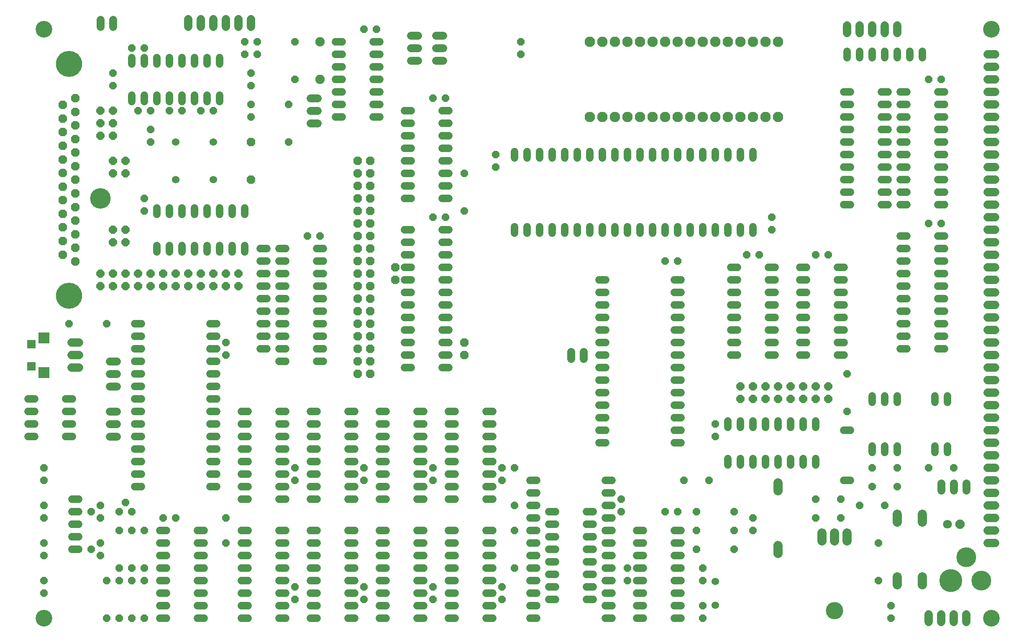
<source format=gts>
G04 EAGLE Gerber RS-274X export*
G75*
%MOMM*%
%FSLAX34Y34*%
%LPD*%
%INSoldermask Top*%
%IPPOS*%
%AMOC8*
5,1,8,0,0,1.08239X$1,22.5*%
G01*
%ADD10C,3.378200*%
%ADD11C,1.879600*%
%ADD12C,3.505200*%
%ADD13P,1.951982X8X22.500000*%
%ADD14C,1.803400*%
%ADD15P,1.649562X8X22.500000*%
%ADD16C,1.727200*%
%ADD17C,2.108200*%
%ADD18C,1.524000*%
%ADD19R,1.727200X1.727200*%
%ADD20R,2.298700X2.298700*%
%ADD21P,1.759533X8X292.500000*%
%ADD22P,1.649562X8X112.500000*%
%ADD23P,1.649562X8X202.500000*%
%ADD24C,4.648200*%
%ADD25C,4.013200*%
%ADD26P,1.869504X8X112.500000*%
%ADD27C,5.283200*%
%ADD28C,1.524000*%
%ADD29P,1.869504X8X22.500000*%
%ADD30C,1.625600*%
%ADD31P,1.759533X8X22.500000*%
%ADD32P,1.649562X8X292.500000*%
%ADD33P,1.759533X8X112.500000*%
%ADD34C,1.903200*%
%ADD35C,4.165600*%
%ADD36P,1.869504X8X292.500000*%


D10*
X38100Y38100D03*
X38100Y1231900D03*
X1955800Y1231900D03*
X1955800Y38100D03*
D11*
X1663700Y194818D02*
X1663700Y211582D01*
X1638300Y211582D02*
X1638300Y194818D01*
X1612900Y194818D02*
X1612900Y211582D01*
D12*
X1638300Y53340D03*
D13*
X1892300Y228600D03*
D14*
X1866900Y228600D03*
D15*
X1689100Y266700D03*
X1739900Y266700D03*
X1600200Y279400D03*
X1651000Y279400D03*
X1600200Y241300D03*
X1651000Y241300D03*
D16*
X1663700Y1224280D02*
X1663700Y1239520D01*
X1689100Y1239520D02*
X1689100Y1224280D01*
X1714500Y1224280D02*
X1714500Y1239520D01*
X1739900Y1239520D02*
X1739900Y1224280D01*
X1765300Y1224280D02*
X1765300Y1239520D01*
D17*
X1143000Y1054100D03*
X1168400Y1054100D03*
X1193800Y1054100D03*
X1219200Y1054100D03*
X1244600Y1054100D03*
X1270000Y1054100D03*
X1295400Y1054100D03*
X1320800Y1054100D03*
X1346200Y1054100D03*
X1371600Y1054100D03*
X1397000Y1054100D03*
X1422400Y1054100D03*
X1447800Y1054100D03*
X1473200Y1054100D03*
X1498600Y1054100D03*
X1524000Y1054100D03*
X1524000Y1206500D03*
X1498600Y1206500D03*
X1473200Y1206500D03*
X1447800Y1206500D03*
X1397000Y1206500D03*
X1371600Y1206500D03*
X1346200Y1206500D03*
X1320800Y1206500D03*
X1295400Y1206500D03*
X1270000Y1206500D03*
X1244600Y1206500D03*
X1219200Y1206500D03*
X1193800Y1206500D03*
X1168400Y1206500D03*
X1143000Y1206500D03*
X1422400Y1206500D03*
D18*
X781304Y825500D02*
X768096Y825500D01*
X768096Y800100D02*
X781304Y800100D01*
X781304Y774700D02*
X768096Y774700D01*
X768096Y749300D02*
X781304Y749300D01*
X781304Y723900D02*
X768096Y723900D01*
X768096Y698500D02*
X781304Y698500D01*
X781304Y673100D02*
X768096Y673100D01*
X768096Y647700D02*
X781304Y647700D01*
X781304Y622300D02*
X768096Y622300D01*
X768096Y596900D02*
X781304Y596900D01*
X781304Y571500D02*
X768096Y571500D01*
X768096Y546100D02*
X781304Y546100D01*
X844296Y546100D02*
X857504Y546100D01*
X857504Y571500D02*
X844296Y571500D01*
X844296Y596900D02*
X857504Y596900D01*
X857504Y622300D02*
X844296Y622300D01*
X844296Y647700D02*
X857504Y647700D01*
X857504Y673100D02*
X844296Y673100D01*
X844296Y698500D02*
X857504Y698500D01*
X857504Y723900D02*
X844296Y723900D01*
X844296Y749300D02*
X857504Y749300D01*
X857504Y774700D02*
X844296Y774700D01*
X844296Y800100D02*
X857504Y800100D01*
X857504Y825500D02*
X844296Y825500D01*
D19*
X12954Y593979D03*
X12954Y549021D03*
D20*
X37846Y606552D03*
X37846Y536448D03*
D16*
X93980Y546100D02*
X109220Y546100D01*
X109220Y571500D02*
X93980Y571500D01*
X93980Y596900D02*
X109220Y596900D01*
D21*
X177800Y825500D03*
X177800Y800100D03*
X203200Y825500D03*
X203200Y800100D03*
D15*
X1714500Y304800D03*
X1765300Y304800D03*
D22*
X1752600Y38100D03*
X1752600Y63500D03*
X1727200Y114300D03*
X1727200Y190500D03*
D18*
X1866900Y374396D02*
X1866900Y387604D01*
X1841500Y387604D02*
X1841500Y374396D01*
X1765300Y374396D02*
X1765300Y387604D01*
X1739900Y387604D02*
X1739900Y374396D01*
X1714500Y374396D02*
X1714500Y387604D01*
D23*
X1879600Y342900D03*
X1828800Y342900D03*
D15*
X1714500Y342900D03*
X1765300Y342900D03*
D24*
X1874000Y114300D03*
D25*
X1935000Y114300D03*
X1905000Y162300D03*
D11*
X1816100Y122682D02*
X1816100Y105918D01*
X1816100Y232918D02*
X1816100Y249682D01*
X1524000Y186182D02*
X1524000Y169418D01*
X1524000Y296418D02*
X1524000Y313182D01*
D18*
X781304Y1066800D02*
X768096Y1066800D01*
X768096Y1041400D02*
X781304Y1041400D01*
X781304Y914400D02*
X768096Y914400D01*
X768096Y889000D02*
X781304Y889000D01*
X781304Y1016000D02*
X768096Y1016000D01*
X768096Y990600D02*
X781304Y990600D01*
X781304Y939800D02*
X768096Y939800D01*
X768096Y965200D02*
X781304Y965200D01*
X844296Y889000D02*
X857504Y889000D01*
X857504Y914400D02*
X844296Y914400D01*
X844296Y939800D02*
X857504Y939800D01*
X857504Y965200D02*
X844296Y965200D01*
X844296Y990600D02*
X857504Y990600D01*
X857504Y1016000D02*
X844296Y1016000D01*
X844296Y1041400D02*
X857504Y1041400D01*
X857504Y1066800D02*
X844296Y1066800D01*
D26*
X101600Y761492D03*
X101600Y789178D03*
X101600Y816610D03*
X101600Y844296D03*
X101600Y871982D03*
X101600Y899414D03*
X101600Y927100D03*
X101600Y954786D03*
X101600Y982218D03*
X101600Y1009904D03*
X101600Y1037590D03*
X101600Y1065022D03*
X101600Y1092708D03*
X76200Y775208D03*
X76200Y802894D03*
X76200Y830580D03*
X76200Y858012D03*
X76200Y885698D03*
X76200Y913384D03*
X76200Y940816D03*
X76200Y968502D03*
X76200Y996188D03*
X76200Y1023620D03*
X76200Y1051306D03*
X76200Y1078992D03*
D27*
X88900Y691896D03*
X88900Y1162304D03*
D16*
X1948180Y698500D02*
X1963420Y698500D01*
X1963420Y723900D02*
X1948180Y723900D01*
X1948180Y749300D02*
X1963420Y749300D01*
X1963420Y774700D02*
X1948180Y774700D01*
X1948180Y800100D02*
X1963420Y800100D01*
X1963420Y825500D02*
X1948180Y825500D01*
X1948180Y850900D02*
X1963420Y850900D01*
X1963420Y876300D02*
X1948180Y876300D01*
X1948180Y901700D02*
X1963420Y901700D01*
X1963420Y927100D02*
X1948180Y927100D01*
X1948180Y952500D02*
X1963420Y952500D01*
X1963420Y977900D02*
X1948180Y977900D01*
X1948180Y1003300D02*
X1963420Y1003300D01*
X1963420Y1028700D02*
X1948180Y1028700D01*
X1948180Y1054100D02*
X1963420Y1054100D01*
X1963420Y1079500D02*
X1948180Y1079500D01*
X1948180Y1104900D02*
X1963420Y1104900D01*
X1963420Y1155700D02*
X1948180Y1155700D01*
X1948180Y1181100D02*
X1963420Y1181100D01*
X1963420Y1130300D02*
X1948180Y1130300D01*
X1948180Y190500D02*
X1963420Y190500D01*
X1963420Y215900D02*
X1948180Y215900D01*
X1948180Y241300D02*
X1963420Y241300D01*
X1963420Y266700D02*
X1948180Y266700D01*
X1948180Y292100D02*
X1963420Y292100D01*
X1963420Y317500D02*
X1948180Y317500D01*
X1948180Y342900D02*
X1963420Y342900D01*
X1963420Y368300D02*
X1948180Y368300D01*
X1948180Y393700D02*
X1963420Y393700D01*
X1963420Y419100D02*
X1948180Y419100D01*
X1948180Y444500D02*
X1963420Y444500D01*
X1963420Y469900D02*
X1948180Y469900D01*
X1948180Y495300D02*
X1963420Y495300D01*
X1963420Y520700D02*
X1948180Y520700D01*
X1948180Y546100D02*
X1963420Y546100D01*
X1963420Y571500D02*
X1948180Y571500D01*
X1948180Y596900D02*
X1963420Y596900D01*
X1963420Y622300D02*
X1948180Y622300D01*
X1948180Y647700D02*
X1963420Y647700D01*
X1963420Y673100D02*
X1948180Y673100D01*
D28*
X304800Y927100D03*
X381000Y927100D03*
X381000Y1003300D03*
X304800Y1003300D03*
D29*
X457200Y1003300D03*
X457200Y927100D03*
D18*
X235204Y635000D02*
X221996Y635000D01*
X221996Y609600D02*
X235204Y609600D01*
X235204Y584200D02*
X221996Y584200D01*
X221996Y558800D02*
X235204Y558800D01*
X235204Y533400D02*
X221996Y533400D01*
X221996Y508000D02*
X235204Y508000D01*
X235204Y482600D02*
X221996Y482600D01*
X221996Y457200D02*
X235204Y457200D01*
X235204Y431800D02*
X221996Y431800D01*
X221996Y406400D02*
X235204Y406400D01*
X235204Y381000D02*
X221996Y381000D01*
X221996Y355600D02*
X235204Y355600D01*
X235204Y330200D02*
X221996Y330200D01*
X221996Y304800D02*
X235204Y304800D01*
X374396Y304800D02*
X387604Y304800D01*
X387604Y330200D02*
X374396Y330200D01*
X374396Y355600D02*
X387604Y355600D01*
X387604Y381000D02*
X374396Y381000D01*
X374396Y406400D02*
X387604Y406400D01*
X387604Y431800D02*
X374396Y431800D01*
X374396Y457200D02*
X387604Y457200D01*
X387604Y482600D02*
X374396Y482600D01*
X374396Y508000D02*
X387604Y508000D01*
X387604Y533400D02*
X374396Y533400D01*
X374396Y558800D02*
X387604Y558800D01*
X387604Y584200D02*
X374396Y584200D01*
X374396Y609600D02*
X387604Y609600D01*
X387604Y635000D02*
X374396Y635000D01*
X266700Y780796D02*
X266700Y794004D01*
X292100Y794004D02*
X292100Y780796D01*
X419100Y780796D02*
X419100Y794004D01*
X444500Y794004D02*
X444500Y780796D01*
X317500Y780796D02*
X317500Y794004D01*
X342900Y794004D02*
X342900Y780796D01*
X393700Y780796D02*
X393700Y794004D01*
X368300Y794004D02*
X368300Y780796D01*
X444500Y856996D02*
X444500Y870204D01*
X419100Y870204D02*
X419100Y856996D01*
X393700Y856996D02*
X393700Y870204D01*
X368300Y870204D02*
X368300Y856996D01*
X342900Y856996D02*
X342900Y870204D01*
X317500Y870204D02*
X317500Y856996D01*
X292100Y856996D02*
X292100Y870204D01*
X266700Y870204D02*
X266700Y856996D01*
D30*
X184912Y508000D02*
X170688Y508000D01*
X170688Y533400D02*
X184912Y533400D01*
X184912Y558800D02*
X170688Y558800D01*
D23*
X165100Y635000D03*
X88900Y635000D03*
D30*
X170688Y406400D02*
X184912Y406400D01*
X184912Y431800D02*
X170688Y431800D01*
X170688Y457200D02*
X184912Y457200D01*
D31*
X152400Y711200D03*
X152400Y736600D03*
X177800Y711200D03*
X177800Y736600D03*
X203200Y711200D03*
X203200Y736600D03*
X228600Y711200D03*
X228600Y736600D03*
X254000Y711200D03*
X254000Y736600D03*
X279400Y711200D03*
X279400Y736600D03*
X304800Y711200D03*
X304800Y736600D03*
X330200Y711200D03*
X330200Y736600D03*
X355600Y711200D03*
X355600Y736600D03*
X381000Y711200D03*
X381000Y736600D03*
X406400Y711200D03*
X406400Y736600D03*
X431800Y736600D03*
X431800Y711200D03*
D15*
X279400Y241300D03*
X304800Y241300D03*
D16*
X330200Y1236980D02*
X330200Y1252220D01*
X355600Y1252220D02*
X355600Y1236980D01*
X381000Y1236980D02*
X381000Y1252220D01*
X406400Y1252220D02*
X406400Y1236980D01*
X431800Y1236980D02*
X431800Y1252220D01*
X457200Y1252220D02*
X457200Y1236980D01*
D22*
X457200Y1117600D03*
X457200Y1143000D03*
X457200Y1054100D03*
X457200Y1079500D03*
D30*
X177800Y1237488D02*
X177800Y1251712D01*
X152400Y1251712D02*
X152400Y1237488D01*
D32*
X1003300Y1206500D03*
X1003300Y1181100D03*
D18*
X1237996Y215900D02*
X1251204Y215900D01*
X1251204Y190500D02*
X1237996Y190500D01*
X1237996Y63500D02*
X1251204Y63500D01*
X1251204Y38100D02*
X1237996Y38100D01*
X1237996Y165100D02*
X1251204Y165100D01*
X1251204Y139700D02*
X1237996Y139700D01*
X1237996Y88900D02*
X1251204Y88900D01*
X1251204Y114300D02*
X1237996Y114300D01*
X1314196Y38100D02*
X1327404Y38100D01*
X1327404Y63500D02*
X1314196Y63500D01*
X1314196Y88900D02*
X1327404Y88900D01*
X1327404Y114300D02*
X1314196Y114300D01*
X1314196Y139700D02*
X1327404Y139700D01*
X1327404Y165100D02*
X1314196Y165100D01*
X1314196Y190500D02*
X1327404Y190500D01*
X1327404Y215900D02*
X1314196Y215900D01*
D23*
X1435100Y215900D03*
X1358900Y215900D03*
X1435100Y254000D03*
X1358900Y254000D03*
D32*
X1473200Y241300D03*
X1473200Y215900D03*
D15*
X1358900Y177800D03*
X1435100Y177800D03*
D18*
X1035304Y317500D02*
X1022096Y317500D01*
X1022096Y292100D02*
X1035304Y292100D01*
X1035304Y266700D02*
X1022096Y266700D01*
X1022096Y241300D02*
X1035304Y241300D01*
X1035304Y215900D02*
X1022096Y215900D01*
X1022096Y190500D02*
X1035304Y190500D01*
X1035304Y165100D02*
X1022096Y165100D01*
X1022096Y139700D02*
X1035304Y139700D01*
X1035304Y114300D02*
X1022096Y114300D01*
X1022096Y88900D02*
X1035304Y88900D01*
X1035304Y63500D02*
X1022096Y63500D01*
X1022096Y38100D02*
X1035304Y38100D01*
X1174496Y38100D02*
X1187704Y38100D01*
X1187704Y63500D02*
X1174496Y63500D01*
X1174496Y88900D02*
X1187704Y88900D01*
X1187704Y114300D02*
X1174496Y114300D01*
X1174496Y139700D02*
X1187704Y139700D01*
X1187704Y165100D02*
X1174496Y165100D01*
X1174496Y190500D02*
X1187704Y190500D01*
X1187704Y215900D02*
X1174496Y215900D01*
X1174496Y241300D02*
X1187704Y241300D01*
X1187704Y266700D02*
X1174496Y266700D01*
X1174496Y292100D02*
X1187704Y292100D01*
X1187704Y317500D02*
X1174496Y317500D01*
D32*
X990600Y215900D03*
X990600Y139700D03*
D18*
X990600Y818896D02*
X990600Y832104D01*
X1016000Y832104D02*
X1016000Y818896D01*
X1143000Y818896D02*
X1143000Y832104D01*
X1168400Y832104D02*
X1168400Y818896D01*
X1041400Y818896D02*
X1041400Y832104D01*
X1066800Y832104D02*
X1066800Y818896D01*
X1117600Y818896D02*
X1117600Y832104D01*
X1092200Y832104D02*
X1092200Y818896D01*
X1193800Y818896D02*
X1193800Y832104D01*
X1219200Y832104D02*
X1219200Y818896D01*
X1244600Y818896D02*
X1244600Y832104D01*
X1270000Y832104D02*
X1270000Y818896D01*
X1295400Y818896D02*
X1295400Y832104D01*
X1320800Y832104D02*
X1320800Y818896D01*
X1346200Y818896D02*
X1346200Y832104D01*
X1371600Y832104D02*
X1371600Y818896D01*
X1397000Y818896D02*
X1397000Y832104D01*
X1422400Y832104D02*
X1422400Y818896D01*
X1447800Y818896D02*
X1447800Y832104D01*
X1473200Y832104D02*
X1473200Y818896D01*
X1473200Y971296D02*
X1473200Y984504D01*
X1447800Y984504D02*
X1447800Y971296D01*
X1422400Y971296D02*
X1422400Y984504D01*
X1397000Y984504D02*
X1397000Y971296D01*
X1371600Y971296D02*
X1371600Y984504D01*
X1346200Y984504D02*
X1346200Y971296D01*
X1320800Y971296D02*
X1320800Y984504D01*
X1295400Y984504D02*
X1295400Y971296D01*
X1270000Y971296D02*
X1270000Y984504D01*
X1244600Y984504D02*
X1244600Y971296D01*
X1219200Y971296D02*
X1219200Y984504D01*
X1193800Y984504D02*
X1193800Y971296D01*
X1168400Y971296D02*
X1168400Y984504D01*
X1143000Y984504D02*
X1143000Y971296D01*
X1117600Y971296D02*
X1117600Y984504D01*
X1092200Y984504D02*
X1092200Y971296D01*
X1066800Y971296D02*
X1066800Y984504D01*
X1041400Y984504D02*
X1041400Y971296D01*
X1016000Y971296D02*
X1016000Y984504D01*
X990600Y984504D02*
X990600Y971296D01*
D22*
X889000Y863600D03*
X889000Y939800D03*
D30*
X794512Y1219200D02*
X780288Y1219200D01*
X780288Y1193800D02*
X794512Y1193800D01*
X794512Y1168400D02*
X780288Y1168400D01*
X831088Y1219200D02*
X845312Y1219200D01*
X845312Y1193800D02*
X831088Y1193800D01*
X831088Y1168400D02*
X845312Y1168400D01*
D18*
X856996Y215900D02*
X870204Y215900D01*
X870204Y190500D02*
X856996Y190500D01*
X856996Y63500D02*
X870204Y63500D01*
X870204Y38100D02*
X856996Y38100D01*
X856996Y165100D02*
X870204Y165100D01*
X870204Y139700D02*
X856996Y139700D01*
X856996Y88900D02*
X870204Y88900D01*
X870204Y114300D02*
X856996Y114300D01*
X933196Y38100D02*
X946404Y38100D01*
X946404Y63500D02*
X933196Y63500D01*
X933196Y88900D02*
X946404Y88900D01*
X946404Y114300D02*
X933196Y114300D01*
X933196Y139700D02*
X946404Y139700D01*
X946404Y165100D02*
X933196Y165100D01*
X933196Y190500D02*
X946404Y190500D01*
X946404Y215900D02*
X933196Y215900D01*
D28*
X1397000Y113030D03*
X1397000Y64770D03*
D22*
X1371600Y114300D03*
X1371600Y139700D03*
D32*
X1371600Y63500D03*
X1371600Y38100D03*
D18*
X870204Y457200D02*
X856996Y457200D01*
X856996Y431800D02*
X870204Y431800D01*
X870204Y304800D02*
X856996Y304800D01*
X856996Y279400D02*
X870204Y279400D01*
X870204Y406400D02*
X856996Y406400D01*
X856996Y381000D02*
X870204Y381000D01*
X870204Y330200D02*
X856996Y330200D01*
X856996Y355600D02*
X870204Y355600D01*
X933196Y279400D02*
X946404Y279400D01*
X946404Y304800D02*
X933196Y304800D01*
X933196Y330200D02*
X946404Y330200D01*
X946404Y355600D02*
X933196Y355600D01*
X933196Y381000D02*
X946404Y381000D01*
X946404Y406400D02*
X933196Y406400D01*
X933196Y431800D02*
X946404Y431800D01*
X946404Y457200D02*
X933196Y457200D01*
X730504Y215900D02*
X717296Y215900D01*
X717296Y190500D02*
X730504Y190500D01*
X730504Y63500D02*
X717296Y63500D01*
X717296Y38100D02*
X730504Y38100D01*
X730504Y165100D02*
X717296Y165100D01*
X717296Y139700D02*
X730504Y139700D01*
X730504Y88900D02*
X717296Y88900D01*
X717296Y114300D02*
X730504Y114300D01*
X793496Y38100D02*
X806704Y38100D01*
X806704Y63500D02*
X793496Y63500D01*
X793496Y88900D02*
X806704Y88900D01*
X806704Y114300D02*
X793496Y114300D01*
X793496Y139700D02*
X806704Y139700D01*
X806704Y165100D02*
X793496Y165100D01*
X793496Y190500D02*
X806704Y190500D01*
X806704Y215900D02*
X793496Y215900D01*
X730504Y457200D02*
X717296Y457200D01*
X717296Y431800D02*
X730504Y431800D01*
X730504Y304800D02*
X717296Y304800D01*
X717296Y279400D02*
X730504Y279400D01*
X730504Y406400D02*
X717296Y406400D01*
X717296Y381000D02*
X730504Y381000D01*
X730504Y330200D02*
X717296Y330200D01*
X717296Y355600D02*
X730504Y355600D01*
X793496Y279400D02*
X806704Y279400D01*
X806704Y304800D02*
X793496Y304800D01*
X793496Y330200D02*
X806704Y330200D01*
X806704Y355600D02*
X793496Y355600D01*
X793496Y381000D02*
X806704Y381000D01*
X806704Y406400D02*
X793496Y406400D01*
X793496Y431800D02*
X806704Y431800D01*
X806704Y457200D02*
X793496Y457200D01*
X590804Y215900D02*
X577596Y215900D01*
X577596Y190500D02*
X590804Y190500D01*
X590804Y63500D02*
X577596Y63500D01*
X577596Y38100D02*
X590804Y38100D01*
X590804Y165100D02*
X577596Y165100D01*
X577596Y139700D02*
X590804Y139700D01*
X590804Y88900D02*
X577596Y88900D01*
X577596Y114300D02*
X590804Y114300D01*
X653796Y38100D02*
X667004Y38100D01*
X667004Y63500D02*
X653796Y63500D01*
X653796Y88900D02*
X667004Y88900D01*
X667004Y114300D02*
X653796Y114300D01*
X653796Y139700D02*
X667004Y139700D01*
X667004Y165100D02*
X653796Y165100D01*
X653796Y190500D02*
X667004Y190500D01*
X667004Y215900D02*
X653796Y215900D01*
X590804Y457200D02*
X577596Y457200D01*
X577596Y431800D02*
X590804Y431800D01*
X590804Y304800D02*
X577596Y304800D01*
X577596Y279400D02*
X590804Y279400D01*
X590804Y406400D02*
X577596Y406400D01*
X577596Y381000D02*
X590804Y381000D01*
X590804Y330200D02*
X577596Y330200D01*
X577596Y355600D02*
X590804Y355600D01*
X653796Y279400D02*
X667004Y279400D01*
X667004Y304800D02*
X653796Y304800D01*
X653796Y330200D02*
X667004Y330200D01*
X667004Y355600D02*
X653796Y355600D01*
X653796Y381000D02*
X667004Y381000D01*
X667004Y406400D02*
X653796Y406400D01*
X653796Y431800D02*
X667004Y431800D01*
X667004Y457200D02*
X653796Y457200D01*
X451104Y215900D02*
X437896Y215900D01*
X437896Y190500D02*
X451104Y190500D01*
X451104Y63500D02*
X437896Y63500D01*
X437896Y38100D02*
X451104Y38100D01*
X451104Y165100D02*
X437896Y165100D01*
X437896Y139700D02*
X451104Y139700D01*
X451104Y88900D02*
X437896Y88900D01*
X437896Y114300D02*
X451104Y114300D01*
X514096Y38100D02*
X527304Y38100D01*
X527304Y63500D02*
X514096Y63500D01*
X514096Y88900D02*
X527304Y88900D01*
X527304Y114300D02*
X514096Y114300D01*
X514096Y139700D02*
X527304Y139700D01*
X527304Y165100D02*
X514096Y165100D01*
X514096Y190500D02*
X527304Y190500D01*
X527304Y215900D02*
X514096Y215900D01*
X451104Y457200D02*
X437896Y457200D01*
X437896Y431800D02*
X451104Y431800D01*
X451104Y304800D02*
X437896Y304800D01*
X437896Y279400D02*
X451104Y279400D01*
X451104Y406400D02*
X437896Y406400D01*
X437896Y381000D02*
X451104Y381000D01*
X451104Y330200D02*
X437896Y330200D01*
X437896Y355600D02*
X451104Y355600D01*
X514096Y279400D02*
X527304Y279400D01*
X527304Y304800D02*
X514096Y304800D01*
X514096Y330200D02*
X527304Y330200D01*
X527304Y355600D02*
X514096Y355600D01*
X514096Y381000D02*
X527304Y381000D01*
X527304Y406400D02*
X514096Y406400D01*
X514096Y431800D02*
X527304Y431800D01*
X527304Y457200D02*
X514096Y457200D01*
X1161796Y723900D02*
X1175004Y723900D01*
X1175004Y698500D02*
X1161796Y698500D01*
X1161796Y673100D02*
X1175004Y673100D01*
X1175004Y647700D02*
X1161796Y647700D01*
X1161796Y622300D02*
X1175004Y622300D01*
X1175004Y596900D02*
X1161796Y596900D01*
X1161796Y571500D02*
X1175004Y571500D01*
X1175004Y546100D02*
X1161796Y546100D01*
X1161796Y520700D02*
X1175004Y520700D01*
X1175004Y495300D02*
X1161796Y495300D01*
X1161796Y469900D02*
X1175004Y469900D01*
X1175004Y444500D02*
X1161796Y444500D01*
X1161796Y419100D02*
X1175004Y419100D01*
X1175004Y393700D02*
X1161796Y393700D01*
X1314196Y393700D02*
X1327404Y393700D01*
X1327404Y419100D02*
X1314196Y419100D01*
X1314196Y444500D02*
X1327404Y444500D01*
X1327404Y469900D02*
X1314196Y469900D01*
X1314196Y495300D02*
X1327404Y495300D01*
X1327404Y520700D02*
X1314196Y520700D01*
X1314196Y546100D02*
X1327404Y546100D01*
X1327404Y571500D02*
X1314196Y571500D01*
X1314196Y596900D02*
X1327404Y596900D01*
X1327404Y622300D02*
X1314196Y622300D01*
X1314196Y647700D02*
X1327404Y647700D01*
X1327404Y673100D02*
X1314196Y673100D01*
X1314196Y698500D02*
X1327404Y698500D01*
X1327404Y723900D02*
X1314196Y723900D01*
X1866900Y489204D02*
X1866900Y475996D01*
X1841500Y475996D02*
X1841500Y489204D01*
X1765300Y489204D02*
X1765300Y475996D01*
X1739900Y475996D02*
X1739900Y489204D01*
X1714500Y489204D02*
X1714500Y475996D01*
X215900Y1085596D02*
X215900Y1098804D01*
X241300Y1098804D02*
X241300Y1085596D01*
X368300Y1085596D02*
X368300Y1098804D01*
X393700Y1098804D02*
X393700Y1085596D01*
X266700Y1085596D02*
X266700Y1098804D01*
X292100Y1098804D02*
X292100Y1085596D01*
X342900Y1085596D02*
X342900Y1098804D01*
X317500Y1098804D02*
X317500Y1085596D01*
X393700Y1161796D02*
X393700Y1175004D01*
X368300Y1175004D02*
X368300Y1161796D01*
X342900Y1161796D02*
X342900Y1175004D01*
X317500Y1175004D02*
X317500Y1161796D01*
X292100Y1161796D02*
X292100Y1175004D01*
X266700Y1175004D02*
X266700Y1161796D01*
X241300Y1161796D02*
X241300Y1175004D01*
X215900Y1175004D02*
X215900Y1161796D01*
D15*
X228600Y1066800D03*
X254000Y1066800D03*
X292100Y1066800D03*
X317500Y1066800D03*
D22*
X177800Y1117600D03*
X177800Y1143000D03*
D23*
X381000Y1066800D03*
X355600Y1066800D03*
D15*
X215900Y1193800D03*
X241300Y1193800D03*
D18*
X272796Y215900D02*
X286004Y215900D01*
X286004Y190500D02*
X272796Y190500D01*
X272796Y63500D02*
X286004Y63500D01*
X286004Y38100D02*
X272796Y38100D01*
X272796Y165100D02*
X286004Y165100D01*
X286004Y139700D02*
X272796Y139700D01*
X272796Y88900D02*
X286004Y88900D01*
X286004Y114300D02*
X272796Y114300D01*
X348996Y38100D02*
X362204Y38100D01*
X362204Y63500D02*
X348996Y63500D01*
X348996Y88900D02*
X362204Y88900D01*
X362204Y114300D02*
X348996Y114300D01*
X348996Y139700D02*
X362204Y139700D01*
X362204Y165100D02*
X348996Y165100D01*
X348996Y190500D02*
X362204Y190500D01*
X362204Y215900D02*
X348996Y215900D01*
D22*
X241300Y38100D03*
X241300Y114300D03*
X152400Y266700D03*
X133350Y254000D03*
X152400Y241300D03*
X152400Y190500D03*
X133350Y177800D03*
X152400Y165100D03*
X215900Y38100D03*
X215900Y114300D03*
D15*
X215900Y254000D03*
X203200Y273050D03*
X190500Y254000D03*
D32*
X215900Y215900D03*
X215900Y139700D03*
D22*
X241300Y139700D03*
X241300Y215900D03*
X190500Y139700D03*
X190500Y215900D03*
X165100Y38100D03*
X165100Y114300D03*
X190500Y38100D03*
X190500Y114300D03*
D33*
X177800Y1016000D03*
X152400Y1016000D03*
X177800Y1041400D03*
X152400Y1041400D03*
X177800Y1066800D03*
X152400Y1066800D03*
D21*
X177800Y965200D03*
X177800Y939800D03*
X203200Y965200D03*
X203200Y939800D03*
D22*
X38100Y88900D03*
X38100Y114300D03*
X38100Y165100D03*
X38100Y190500D03*
X38100Y241300D03*
X38100Y266700D03*
X38100Y317500D03*
X38100Y342900D03*
D18*
X94996Y177800D02*
X108204Y177800D01*
X108204Y203200D02*
X94996Y203200D01*
X94996Y228600D02*
X108204Y228600D01*
X108204Y254000D02*
X94996Y254000D01*
X94996Y279400D02*
X108204Y279400D01*
D22*
X469900Y1181100D03*
X469900Y1206500D03*
X444500Y1181100D03*
X444500Y1206500D03*
D18*
X1060196Y254000D02*
X1073404Y254000D01*
X1073404Y228600D02*
X1060196Y228600D01*
X1060196Y101600D02*
X1073404Y101600D01*
X1073404Y76200D02*
X1060196Y76200D01*
X1060196Y203200D02*
X1073404Y203200D01*
X1073404Y177800D02*
X1060196Y177800D01*
X1060196Y127000D02*
X1073404Y127000D01*
X1073404Y152400D02*
X1060196Y152400D01*
X1136396Y76200D02*
X1149604Y76200D01*
X1149604Y101600D02*
X1136396Y101600D01*
X1136396Y127000D02*
X1149604Y127000D01*
X1149604Y152400D02*
X1136396Y152400D01*
X1136396Y177800D02*
X1149604Y177800D01*
X1149604Y203200D02*
X1136396Y203200D01*
X1136396Y228600D02*
X1149604Y228600D01*
X1149604Y254000D02*
X1136396Y254000D01*
X1771396Y1104900D02*
X1784604Y1104900D01*
X1784604Y1079500D02*
X1771396Y1079500D01*
X1771396Y952500D02*
X1784604Y952500D01*
X1784604Y927100D02*
X1771396Y927100D01*
X1771396Y1054100D02*
X1784604Y1054100D01*
X1784604Y1028700D02*
X1771396Y1028700D01*
X1771396Y977900D02*
X1784604Y977900D01*
X1784604Y1003300D02*
X1771396Y1003300D01*
X1771396Y901700D02*
X1784604Y901700D01*
X1784604Y876300D02*
X1771396Y876300D01*
X1847596Y876300D02*
X1860804Y876300D01*
X1860804Y901700D02*
X1847596Y901700D01*
X1847596Y927100D02*
X1860804Y927100D01*
X1860804Y952500D02*
X1847596Y952500D01*
X1847596Y977900D02*
X1860804Y977900D01*
X1860804Y1003300D02*
X1847596Y1003300D01*
X1847596Y1028700D02*
X1860804Y1028700D01*
X1860804Y1054100D02*
X1847596Y1054100D01*
X1847596Y1079500D02*
X1860804Y1079500D01*
X1860804Y1104900D02*
X1847596Y1104900D01*
X1784604Y812800D02*
X1771396Y812800D01*
X1771396Y787400D02*
X1784604Y787400D01*
X1784604Y660400D02*
X1771396Y660400D01*
X1771396Y635000D02*
X1784604Y635000D01*
X1784604Y762000D02*
X1771396Y762000D01*
X1771396Y736600D02*
X1784604Y736600D01*
X1784604Y685800D02*
X1771396Y685800D01*
X1771396Y711200D02*
X1784604Y711200D01*
X1784604Y609600D02*
X1771396Y609600D01*
X1771396Y584200D02*
X1784604Y584200D01*
X1847596Y584200D02*
X1860804Y584200D01*
X1860804Y609600D02*
X1847596Y609600D01*
X1847596Y635000D02*
X1860804Y635000D01*
X1860804Y660400D02*
X1847596Y660400D01*
X1847596Y685800D02*
X1860804Y685800D01*
X1860804Y711200D02*
X1847596Y711200D01*
X1847596Y736600D02*
X1860804Y736600D01*
X1860804Y762000D02*
X1847596Y762000D01*
X1847596Y787400D02*
X1860804Y787400D01*
X1860804Y812800D02*
X1847596Y812800D01*
X1581404Y749300D02*
X1568196Y749300D01*
X1568196Y723900D02*
X1581404Y723900D01*
X1581404Y596900D02*
X1568196Y596900D01*
X1568196Y571500D02*
X1581404Y571500D01*
X1581404Y698500D02*
X1568196Y698500D01*
X1568196Y673100D02*
X1581404Y673100D01*
X1581404Y622300D02*
X1568196Y622300D01*
X1568196Y647700D02*
X1581404Y647700D01*
X1644396Y571500D02*
X1657604Y571500D01*
X1657604Y596900D02*
X1644396Y596900D01*
X1644396Y622300D02*
X1657604Y622300D01*
X1657604Y647700D02*
X1644396Y647700D01*
X1644396Y673100D02*
X1657604Y673100D01*
X1657604Y698500D02*
X1644396Y698500D01*
X1644396Y723900D02*
X1657604Y723900D01*
X1657604Y749300D02*
X1644396Y749300D01*
X1441704Y749300D02*
X1428496Y749300D01*
X1428496Y723900D02*
X1441704Y723900D01*
X1441704Y596900D02*
X1428496Y596900D01*
X1428496Y571500D02*
X1441704Y571500D01*
X1441704Y698500D02*
X1428496Y698500D01*
X1428496Y673100D02*
X1441704Y673100D01*
X1441704Y622300D02*
X1428496Y622300D01*
X1428496Y647700D02*
X1441704Y647700D01*
X1504696Y571500D02*
X1517904Y571500D01*
X1517904Y596900D02*
X1504696Y596900D01*
X1504696Y622300D02*
X1517904Y622300D01*
X1517904Y647700D02*
X1504696Y647700D01*
X1504696Y673100D02*
X1517904Y673100D01*
X1517904Y698500D02*
X1504696Y698500D01*
X1504696Y723900D02*
X1517904Y723900D01*
X1517904Y749300D02*
X1504696Y749300D01*
D34*
X596900Y1206500D03*
X596900Y1130300D03*
D18*
X628396Y1206500D02*
X641604Y1206500D01*
X641604Y1181100D02*
X628396Y1181100D01*
X628396Y1054100D02*
X641604Y1054100D01*
X704596Y1054100D02*
X717804Y1054100D01*
X641604Y1155700D02*
X628396Y1155700D01*
X628396Y1130300D02*
X641604Y1130300D01*
X641604Y1079500D02*
X628396Y1079500D01*
X628396Y1104900D02*
X641604Y1104900D01*
X704596Y1079500D02*
X717804Y1079500D01*
X717804Y1104900D02*
X704596Y1104900D01*
X704596Y1130300D02*
X717804Y1130300D01*
X717804Y1155700D02*
X704596Y1155700D01*
X704596Y1181100D02*
X717804Y1181100D01*
X717804Y1206500D02*
X704596Y1206500D01*
D32*
X546100Y1206500D03*
X546100Y1130300D03*
D30*
X577088Y1041400D02*
X591312Y1041400D01*
X591312Y1066800D02*
X577088Y1066800D01*
X577088Y1092200D02*
X591312Y1092200D01*
D32*
X990600Y342900D03*
X990600Y266700D03*
D22*
X533400Y1003300D03*
X533400Y1079500D03*
D35*
X152400Y889000D03*
D36*
X673100Y965200D03*
X673100Y939800D03*
X673100Y914400D03*
X673100Y889000D03*
X673100Y863600D03*
X673100Y838200D03*
X698500Y965200D03*
X698500Y939800D03*
X698500Y914400D03*
X698500Y889000D03*
X698500Y863600D03*
X698500Y838200D03*
X673100Y812800D03*
X698500Y812800D03*
X673100Y787400D03*
X673100Y762000D03*
X673100Y736600D03*
X673100Y711200D03*
X673100Y685800D03*
X673100Y660400D03*
X698500Y787400D03*
X698500Y762000D03*
X698500Y736600D03*
X698500Y711200D03*
X698500Y685800D03*
X698500Y660400D03*
X673100Y635000D03*
X698500Y635000D03*
X673100Y609600D03*
X673100Y584200D03*
X673100Y558800D03*
X673100Y533400D03*
X698500Y609600D03*
X698500Y584200D03*
X698500Y558800D03*
X698500Y533400D03*
D18*
X1422400Y362204D02*
X1422400Y348996D01*
X1447800Y348996D02*
X1447800Y362204D01*
X1574800Y362204D02*
X1574800Y348996D01*
X1600200Y348996D02*
X1600200Y362204D01*
X1473200Y362204D02*
X1473200Y348996D01*
X1498600Y348996D02*
X1498600Y362204D01*
X1549400Y362204D02*
X1549400Y348996D01*
X1524000Y348996D02*
X1524000Y362204D01*
X1600200Y425196D02*
X1600200Y438404D01*
X1574800Y438404D02*
X1574800Y425196D01*
X1549400Y425196D02*
X1549400Y438404D01*
X1524000Y438404D02*
X1524000Y425196D01*
X1498600Y425196D02*
X1498600Y438404D01*
X1473200Y438404D02*
X1473200Y425196D01*
X1447800Y425196D02*
X1447800Y438404D01*
X1422400Y438404D02*
X1422400Y425196D01*
D31*
X1447800Y482600D03*
X1447800Y508000D03*
X1473200Y482600D03*
X1473200Y508000D03*
X1498600Y482600D03*
X1498600Y508000D03*
X1524000Y482600D03*
X1524000Y508000D03*
X1549400Y482600D03*
X1549400Y508000D03*
X1574800Y482600D03*
X1574800Y508000D03*
X1600200Y482600D03*
X1600200Y508000D03*
X1625600Y482600D03*
X1625600Y508000D03*
D18*
X527304Y787400D02*
X514096Y787400D01*
X514096Y762000D02*
X527304Y762000D01*
X527304Y635000D02*
X514096Y635000D01*
X514096Y609600D02*
X527304Y609600D01*
X527304Y736600D02*
X514096Y736600D01*
X514096Y711200D02*
X527304Y711200D01*
X527304Y660400D02*
X514096Y660400D01*
X514096Y685800D02*
X527304Y685800D01*
X527304Y584200D02*
X514096Y584200D01*
X514096Y558800D02*
X527304Y558800D01*
X590296Y558800D02*
X603504Y558800D01*
X603504Y584200D02*
X590296Y584200D01*
X590296Y609600D02*
X603504Y609600D01*
X603504Y635000D02*
X590296Y635000D01*
X590296Y660400D02*
X603504Y660400D01*
X603504Y685800D02*
X590296Y685800D01*
X590296Y711200D02*
X603504Y711200D01*
X603504Y736600D02*
X590296Y736600D01*
X590296Y762000D02*
X603504Y762000D01*
X603504Y787400D02*
X590296Y787400D01*
X489204Y787400D02*
X475996Y787400D01*
X475996Y762000D02*
X489204Y762000D01*
X489204Y736600D02*
X475996Y736600D01*
X475996Y711200D02*
X489204Y711200D01*
X489204Y685800D02*
X475996Y685800D01*
X475996Y660400D02*
X489204Y660400D01*
X489204Y635000D02*
X475996Y635000D01*
X475996Y609600D02*
X489204Y609600D01*
X489204Y584200D02*
X475996Y584200D01*
D22*
X406400Y571500D03*
X406400Y596900D03*
D32*
X241300Y889000D03*
X241300Y863600D03*
D23*
X711200Y1231900D03*
X685800Y1231900D03*
X1485900Y774700D03*
X1460500Y774700D03*
X1625600Y774700D03*
X1600200Y774700D03*
D32*
X1397000Y431800D03*
X1397000Y406400D03*
D23*
X1854200Y1130300D03*
X1828800Y1130300D03*
X1854200Y838200D03*
X1828800Y838200D03*
X850900Y1092200D03*
X825500Y1092200D03*
X850900Y850900D03*
X825500Y850900D03*
X596900Y812800D03*
X571500Y812800D03*
D22*
X254000Y1003300D03*
X254000Y1028700D03*
X546100Y76200D03*
X546100Y101600D03*
X685800Y76200D03*
X685800Y101600D03*
X825500Y76200D03*
X825500Y101600D03*
X965200Y76200D03*
X965200Y101600D03*
X546100Y317500D03*
X546100Y342900D03*
X685800Y317500D03*
X685800Y342900D03*
X825500Y317500D03*
X825500Y342900D03*
X965200Y317500D03*
X965200Y342900D03*
D32*
X1206500Y279400D03*
X1206500Y254000D03*
D23*
X1320800Y254000D03*
X1295400Y254000D03*
D15*
X1295400Y762000D03*
X1320800Y762000D03*
D22*
X1511300Y825500D03*
X1511300Y850900D03*
D32*
X952500Y977900D03*
X952500Y952500D03*
X406400Y241300D03*
X406400Y190500D03*
D23*
X1384300Y317500D03*
X1333500Y317500D03*
D32*
X1663700Y533400D03*
X1663700Y457200D03*
D18*
X1657096Y1104900D02*
X1670304Y1104900D01*
X1670304Y1079500D02*
X1657096Y1079500D01*
X1657096Y952500D02*
X1670304Y952500D01*
X1670304Y927100D02*
X1657096Y927100D01*
X1657096Y1054100D02*
X1670304Y1054100D01*
X1670304Y1028700D02*
X1657096Y1028700D01*
X1657096Y977900D02*
X1670304Y977900D01*
X1670304Y1003300D02*
X1657096Y1003300D01*
X1657096Y901700D02*
X1670304Y901700D01*
X1670304Y876300D02*
X1657096Y876300D01*
X1733296Y876300D02*
X1746504Y876300D01*
X1746504Y901700D02*
X1733296Y901700D01*
X1733296Y927100D02*
X1746504Y927100D01*
X1746504Y952500D02*
X1733296Y952500D01*
X1733296Y977900D02*
X1746504Y977900D01*
X1746504Y1003300D02*
X1733296Y1003300D01*
X1733296Y1028700D02*
X1746504Y1028700D01*
X1746504Y1054100D02*
X1733296Y1054100D01*
X1733296Y1079500D02*
X1746504Y1079500D01*
X1746504Y1104900D02*
X1733296Y1104900D01*
D29*
X749300Y749300D03*
X749300Y723900D03*
X889000Y571500D03*
X889000Y596900D03*
D18*
X1657096Y419100D02*
X1670304Y419100D01*
X1670304Y317500D02*
X1657096Y317500D01*
X19304Y482600D02*
X6096Y482600D01*
X6096Y457200D02*
X19304Y457200D01*
X82296Y457200D02*
X95504Y457200D01*
X95504Y482600D02*
X82296Y482600D01*
X19304Y431800D02*
X6096Y431800D01*
X6096Y406400D02*
X19304Y406400D01*
X82296Y431800D02*
X95504Y431800D01*
X95504Y406400D02*
X82296Y406400D01*
D16*
X1905000Y45720D02*
X1905000Y30480D01*
X1879600Y30480D02*
X1879600Y45720D01*
X1854200Y45720D02*
X1854200Y30480D01*
X1828800Y30480D02*
X1828800Y45720D01*
D30*
X1854200Y297688D02*
X1854200Y311912D01*
X1879600Y311912D02*
X1879600Y297688D01*
X1905000Y297688D02*
X1905000Y311912D01*
D18*
X1663700Y1174496D02*
X1663700Y1187704D01*
X1689100Y1187704D02*
X1689100Y1174496D01*
X1714500Y1174496D02*
X1714500Y1187704D01*
X1739900Y1187704D02*
X1739900Y1174496D01*
X1765300Y1174496D02*
X1765300Y1187704D01*
X1790700Y1187704D02*
X1790700Y1174496D01*
X1816100Y1174496D02*
X1816100Y1187704D01*
D22*
X1219200Y114300D03*
X1219200Y139700D03*
D30*
X1130300Y564388D02*
X1130300Y578612D01*
X1104900Y578612D02*
X1104900Y564388D01*
D11*
X1765300Y122682D02*
X1765300Y105918D01*
X1765300Y232918D02*
X1765300Y249682D01*
M02*

</source>
